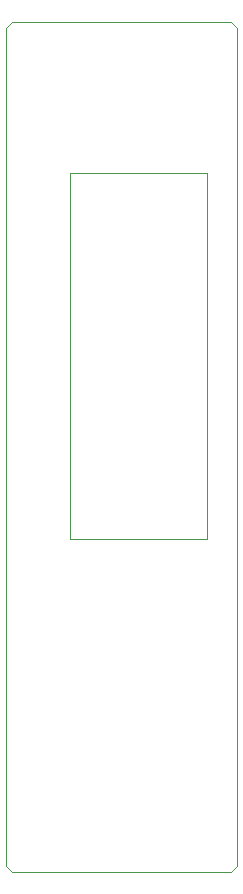
<source format=gm1>
G04 #@! TF.GenerationSoftware,KiCad,Pcbnew,(5.1.5)-3*
G04 #@! TF.CreationDate,2021-03-06T01:37:59+09:00*
G04 #@! TF.ProjectId,Setta21_Top,53657474-6132-4315-9f54-6f702e6b6963,rev?*
G04 #@! TF.SameCoordinates,Original*
G04 #@! TF.FileFunction,Profile,NP*
%FSLAX46Y46*%
G04 Gerber Fmt 4.6, Leading zero omitted, Abs format (unit mm)*
G04 Created by KiCad (PCBNEW (5.1.5)-3) date 2021-03-06 01:37:59*
%MOMM*%
%LPD*%
G04 APERTURE LIST*
%ADD10C,0.100000*%
G04 APERTURE END LIST*
D10*
X173000000Y-58500000D02*
X173000000Y-129500000D01*
X173500000Y-58000000D02*
X173000000Y-58500000D01*
X192500000Y-58500000D02*
X192000000Y-58000000D01*
X192000000Y-130000000D02*
X192500000Y-129500000D01*
X173500000Y-130000000D02*
X173000000Y-129500000D01*
X178350000Y-70800000D02*
X190000000Y-70800000D01*
X178350000Y-101800000D02*
X178350000Y-70800000D01*
X190000000Y-101800000D02*
X178350000Y-101800000D01*
X190000000Y-70800000D02*
X190000000Y-101800000D01*
X173500000Y-58000000D02*
X192000000Y-58000000D01*
X192000000Y-130000000D02*
X173500000Y-130000000D01*
X192500000Y-58500000D02*
X192500000Y-129500000D01*
M02*

</source>
